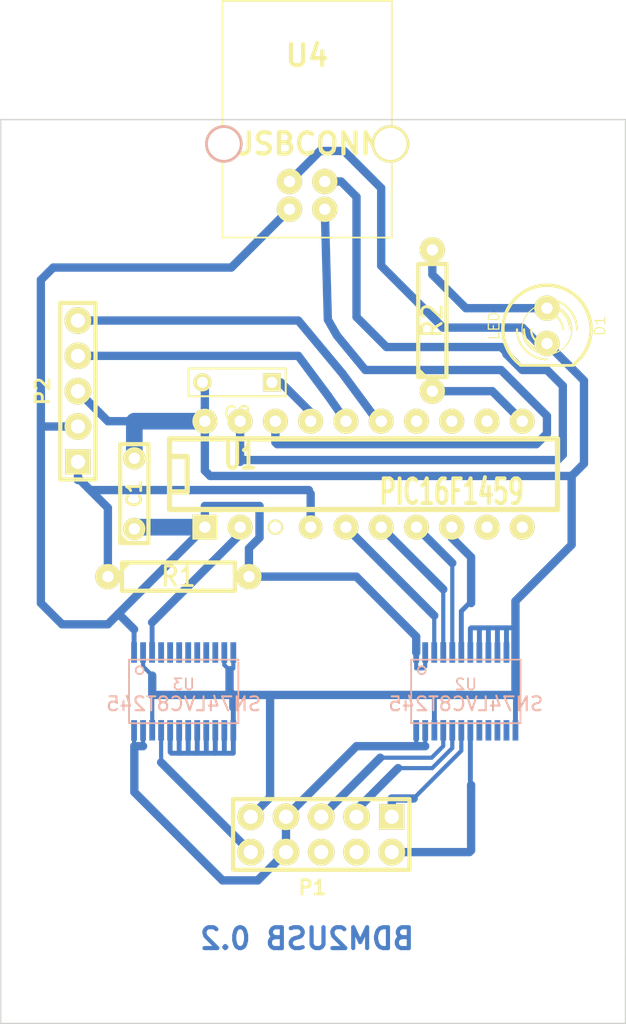
<source format=kicad_pcb>
(kicad_pcb (version 4) (host pcbnew 4.0.2-stable)

  (general
    (links 57)
    (no_connects 0)
    (area 29.949999 29.949999 75.050001 95.050001)
    (thickness 1.6)
    (drawings 15)
    (tracks 218)
    (zones 0)
    (modules 11)
    (nets 22)
  )

  (page A4 portrait)
  (layers
    (0 F.Cu signal)
    (31 B.Cu signal)
    (32 B.Adhes user)
    (33 F.Adhes user)
    (34 B.Paste user)
    (35 F.Paste user)
    (36 B.SilkS user)
    (37 F.SilkS user)
    (38 B.Mask user)
    (39 F.Mask user)
    (40 Dwgs.User user)
    (41 Cmts.User user)
    (42 Eco1.User user)
    (43 Eco2.User user)
    (44 Edge.Cuts user)
  )

  (setup
    (last_trace_width 0.6)
    (user_trace_width 0.6)
    (user_trace_width 1.2)
    (trace_clearance 0.254)
    (zone_clearance 0.508)
    (zone_45_only no)
    (trace_min 0.254)
    (segment_width 0.2)
    (edge_width 0.1)
    (via_size 0.889)
    (via_drill 0.635)
    (via_min_size 0.889)
    (via_min_drill 0.508)
    (uvia_size 0.508)
    (uvia_drill 0.127)
    (uvias_allowed no)
    (uvia_min_size 0.508)
    (uvia_min_drill 0.127)
    (pcb_text_width 0.3)
    (pcb_text_size 1.5 1.5)
    (mod_edge_width 0.15)
    (mod_text_size 1 1)
    (mod_text_width 0.15)
    (pad_size 1.924 1.924)
    (pad_drill 1.016)
    (pad_to_mask_clearance 0)
    (aux_axis_origin 0 0)
    (visible_elements 7FFFFFFF)
    (pcbplotparams
      (layerselection 0x00030_80000001)
      (usegerberextensions true)
      (excludeedgelayer true)
      (linewidth 0.150000)
      (plotframeref false)
      (viasonmask false)
      (mode 1)
      (useauxorigin false)
      (hpglpennumber 1)
      (hpglpenspeed 20)
      (hpglpendiameter 15)
      (hpglpenoverlay 2)
      (psnegative false)
      (psa4output false)
      (plotreference true)
      (plotvalue true)
      (plotinvisibletext false)
      (padsonsilk false)
      (subtractmaskfromsilk false)
      (outputformat 1)
      (mirror false)
      (drillshape 1)
      (scaleselection 1)
      (outputdirectory ""))
  )

  (net 0 "")
  (net 1 +5V)
  (net 2 DSCK)
  (net 3 DSDI)
  (net 4 DSDO)
  (net 5 GND)
  (net 6 HRESET)
  (net 7 SRESET)
  (net 8 V_BDM)
  (net 9 pic_DSCK)
  (net 10 pic_DSDI)
  (net 11 pic_DSDO)
  (net 12 pic_HRESET)
  (net 13 pic_SRESET)
  (net 14 "Net-(D1-Pad1)")
  (net 15 "Net-(P2-Pad1)")
  (net 16 "Net-(P2-Pad4)")
  (net 17 "Net-(P2-Pad5)")
  (net 18 "Net-(R2-Pad1)")
  (net 19 "Net-(C2-Pad1)")
  (net 20 "Net-(U1-Pad18)")
  (net 21 "Net-(U1-Pad19)")

  (net_class Default "This is the default net class."
    (clearance 0.254)
    (trace_width 0.354)
    (via_dia 0.889)
    (via_drill 0.635)
    (uvia_dia 0.508)
    (uvia_drill 0.127)
    (add_net +5V)
    (add_net DSCK)
    (add_net DSDI)
    (add_net DSDO)
    (add_net GND)
    (add_net HRESET)
    (add_net "Net-(C2-Pad1)")
    (add_net "Net-(D1-Pad1)")
    (add_net "Net-(P2-Pad1)")
    (add_net "Net-(P2-Pad4)")
    (add_net "Net-(P2-Pad5)")
    (add_net "Net-(R2-Pad1)")
    (add_net "Net-(U1-Pad18)")
    (add_net "Net-(U1-Pad19)")
    (add_net SRESET)
    (add_net V_BDM)
    (add_net pic_DSCK)
    (add_net pic_DSDI)
    (add_net pic_DSDO)
    (add_net pic_HRESET)
    (add_net pic_SRESET)
  )

  (net_class test ""
    (clearance 0.254)
    (trace_width 0.654)
    (via_dia 0.889)
    (via_drill 0.635)
    (uvia_dia 0.508)
    (uvia_drill 0.127)
  )

  (module Capacitors_ThroughHole:C_Rect_L7_W2_P5 (layer F.Cu) (tedit 0) (tstamp 57AD0358)
    (at 49.53 48.895 180)
    (descr "Film Capacitor Length 7 x Width 2mm, Pitch 5mm")
    (tags Capacitor)
    (path /57AD03F4)
    (fp_text reference C2 (at 2.5 -2.25 180) (layer F.SilkS)
      (effects (font (size 1 1) (thickness 0.15)))
    )
    (fp_text value 330nF (at 2.5 2.5 180) (layer F.Fab)
      (effects (font (size 1 1) (thickness 0.15)))
    )
    (fp_line (start -1.25 -1.25) (end 6.25 -1.25) (layer F.CrtYd) (width 0.05))
    (fp_line (start 6.25 -1.25) (end 6.25 1.25) (layer F.CrtYd) (width 0.05))
    (fp_line (start 6.25 1.25) (end -1.25 1.25) (layer F.CrtYd) (width 0.05))
    (fp_line (start -1.25 1.25) (end -1.25 -1.25) (layer F.CrtYd) (width 0.05))
    (fp_line (start -1 -1) (end 6 -1) (layer F.SilkS) (width 0.15))
    (fp_line (start 6 -1) (end 6 1) (layer F.SilkS) (width 0.15))
    (fp_line (start 6 1) (end -1 1) (layer F.SilkS) (width 0.15))
    (fp_line (start -1 1) (end -1 -1) (layer F.SilkS) (width 0.15))
    (pad 1 thru_hole rect (at 0 0 180) (size 1.3 1.3) (drill 0.8) (layers *.Cu *.Mask F.SilkS)
      (net 19 "Net-(C2-Pad1)"))
    (pad 2 thru_hole circle (at 5 0 180) (size 1.3 1.3) (drill 0.8) (layers *.Cu *.Mask F.SilkS)
      (net 5 GND))
    (model Capacitors_ThroughHole.3dshapes/C_Rect_L7_W2_P5.wrl
      (at (xyz 0.098425 0 0))
      (scale (xyz 1 1 1))
      (rotate (xyz 0 0 0))
    )
  )

  (module PIN_ARRAY_5x2 (layer F.Cu) (tedit 568D8350) (tstamp 568948F7)
    (at 53.086 81.407 180)
    (descr "Double rangee de contacts 2 x 5 pins")
    (tags CONN)
    (path /5689457B)
    (fp_text reference P1 (at 0.635 -3.81 180) (layer F.SilkS)
      (effects (font (size 1.016 1.016) (thickness 0.2032)))
    )
    (fp_text value CONN_5X2 (at 0 -3.81 180) (layer F.SilkS) hide
      (effects (font (size 1.016 1.016) (thickness 0.2032)))
    )
    (fp_line (start -6.35 -2.54) (end 6.35 -2.54) (layer F.SilkS) (width 0.3048))
    (fp_line (start 6.35 -2.54) (end 6.35 2.54) (layer F.SilkS) (width 0.3048))
    (fp_line (start 6.35 2.54) (end -6.35 2.54) (layer F.SilkS) (width 0.3048))
    (fp_line (start -6.35 2.54) (end -6.35 -2.54) (layer F.SilkS) (width 0.3048))
    (pad 1 thru_hole rect (at -5.08 1.27 180) (size 1.824 1.824) (drill 1.016) (layers *.Cu *.Mask F.SilkS)
      (net 7 SRESET))
    (pad 2 thru_hole circle (at -5.08 -1.27 180) (size 1.924 1.924) (drill 1.016) (layers *.Cu *.Mask F.SilkS)
      (net 6 HRESET))
    (pad 3 thru_hole circle (at -2.54 1.27 180) (size 1.924 1.924) (drill 1.016) (layers *.Cu *.Mask F.SilkS)
      (net 2 DSCK))
    (pad 4 thru_hole circle (at -2.54 -1.27 180) (size 1.924 1.924) (drill 1.016) (layers *.Cu *.Mask F.SilkS))
    (pad 5 thru_hole circle (at 0 1.27 180) (size 1.924 1.924) (drill 1.016) (layers *.Cu *.Mask F.SilkS)
      (net 3 DSDI))
    (pad 6 thru_hole circle (at 0 -1.27 180) (size 1.924 1.924) (drill 1.016) (layers *.Cu *.Mask F.SilkS))
    (pad 7 thru_hole circle (at 2.54 1.27 180) (size 1.924 1.924) (drill 1.016) (layers *.Cu *.Mask F.SilkS)
      (net 8 V_BDM))
    (pad 8 thru_hole circle (at 2.54 -1.27 180) (size 1.924 1.924) (drill 1.016) (layers *.Cu *.Mask F.SilkS)
      (net 8 V_BDM))
    (pad 9 thru_hole circle (at 5.08 1.27 180) (size 1.924 1.924) (drill 1.016) (layers *.Cu *.Mask F.SilkS)
      (net 5 GND))
    (pad 10 thru_hole circle (at 5.08 -1.27 180) (size 1.924 1.924) (drill 1.016) (layers *.Cu *.Mask F.SilkS)
      (net 4 DSDO))
    (model pin_array/pins_array_5x2.wrl
      (at (xyz 0 0 0))
      (scale (xyz 1 1 1))
      (rotate (xyz 0 0 0))
    )
  )

  (module USB_B (layer F.Cu) (tedit 568D813E) (tstamp 56894887)
    (at 52.07 31.75 180)
    (tags USB)
    (path /568934A1)
    (fp_text reference U4 (at 0 6.35 180) (layer F.SilkS)
      (effects (font (thickness 0.3048)))
    )
    (fp_text value USBCONN (at 0 0 180) (layer F.SilkS)
      (effects (font (thickness 0.3048)))
    )
    (fp_line (start -6.096 10.287) (end 6.096 10.287) (layer F.SilkS) (width 0.127))
    (fp_line (start 6.096 10.287) (end 6.096 -6.731) (layer F.SilkS) (width 0.127))
    (fp_line (start 6.096 -6.731) (end -6.096 -6.731) (layer F.SilkS) (width 0.127))
    (fp_line (start -6.096 -6.731) (end -6.096 10.287) (layer F.SilkS) (width 0.127))
    (pad 1 thru_hole circle (at 1.27 -4.699 180) (size 1.824 1.824) (drill 0.8128) (layers *.Cu *.Mask F.SilkS)
      (net 1 +5V))
    (pad 2 thru_hole circle (at -1.27 -4.699 180) (size 1.824 1.824) (drill 0.8128) (layers *.Cu *.Mask F.SilkS)
      (net 20 "Net-(U1-Pad18)"))
    (pad 3 thru_hole circle (at -1.27 -2.70002 180) (size 1.824 1.824) (drill 0.8128) (layers *.Cu *.Mask F.SilkS)
      (net 21 "Net-(U1-Pad19)"))
    (pad 4 thru_hole circle (at 1.27 -2.70002 180) (size 1.824 1.824) (drill 0.8128) (layers *.Cu *.Mask F.SilkS)
      (net 5 GND))
    (pad 5 np_thru_hole circle (at 5.99948 0 180) (size 2.70002 2.70002) (drill 2.30124) (layers *.Cu *.SilkS *.Mask))
    (pad 6 thru_hole circle (at -5.99948 0 180) (size 2.70002 2.70002) (drill 2.30124) (layers *.Cu *.Mask F.SilkS))
    (model connectors/USB_type_B.wrl
      (at (xyz 0 0 0.001))
      (scale (xyz 0.3937 0.3937 0.3937))
      (rotate (xyz 0 0 0))
    )
  )

  (module DIP-20__300 (layer F.Cu) (tedit 568D930C) (tstamp 568D9889)
    (at 56.134 55.499)
    (descr "20 pins DIL package, round pads")
    (tags DIL)
    (path /5689349C)
    (fp_text reference U1 (at -8.89 -1.27) (layer F.SilkS)
      (effects (font (size 1.778 1.143) (thickness 0.3048)))
    )
    (fp_text value PIC16F1459 (at 6.35 1.27) (layer F.SilkS)
      (effects (font (size 1.778 1.143) (thickness 0.3048)))
    )
    (fp_line (start -13.97 -1.27) (end -12.7 -1.27) (layer F.SilkS) (width 0.381))
    (fp_line (start -12.7 -1.27) (end -12.7 1.27) (layer F.SilkS) (width 0.381))
    (fp_line (start -12.7 1.27) (end -13.97 1.27) (layer F.SilkS) (width 0.381))
    (fp_line (start -13.97 -2.54) (end 13.97 -2.54) (layer F.SilkS) (width 0.381))
    (fp_line (start 13.97 -2.54) (end 13.97 2.54) (layer F.SilkS) (width 0.381))
    (fp_line (start 13.97 2.54) (end -13.97 2.54) (layer F.SilkS) (width 0.381))
    (fp_line (start -13.97 2.54) (end -13.97 -2.54) (layer F.SilkS) (width 0.381))
    (pad 1 thru_hole rect (at -11.43 3.81) (size 1.797 1.797) (drill 0.8128) (layers *.Cu *.Mask F.SilkS)
      (net 1 +5V))
    (pad 2 thru_hole circle (at -8.89 3.81) (size 1.797 1.797) (drill 0.8128) (layers *.Cu *.Mask F.SilkS)
      (net 11 pic_DSDO))
    (pad 3 thru_hole circle (at -6.35 3.81) (size 1.097 1.097) (drill 0.8128) (layers *.Cu *.Mask F.SilkS))
    (pad 4 thru_hole circle (at -3.81 3.81) (size 1.697 1.697) (drill 0.8128) (layers *.Cu *.Mask F.SilkS)
      (net 15 "Net-(P2-Pad1)"))
    (pad 5 thru_hole circle (at -1.27 3.81) (size 1.797 1.797) (drill 0.8128) (layers *.Cu *.Mask F.SilkS)
      (net 10 pic_DSDI))
    (pad 6 thru_hole circle (at 1.27 3.81) (size 1.797 1.797) (drill 0.8128) (layers *.Cu *.Mask F.SilkS)
      (net 9 pic_DSCK))
    (pad 7 thru_hole circle (at 3.81 3.81) (size 1.797 1.797) (drill 0.8128) (layers *.Cu *.Mask F.SilkS)
      (net 13 pic_SRESET))
    (pad 8 thru_hole circle (at 6.35 3.81) (size 1.797 1.797) (drill 0.8128) (layers *.Cu *.Mask F.SilkS)
      (net 12 pic_HRESET))
    (pad 9 thru_hole circle (at 8.89 3.81) (size 1.797 1.797) (drill 0.8128) (layers *.Cu *.Mask F.SilkS))
    (pad 10 thru_hole circle (at 11.43 3.81) (size 1.797 1.797) (drill 0.8128) (layers *.Cu *.Mask F.SilkS))
    (pad 11 thru_hole circle (at 11.43 -3.81) (size 1.797 1.797) (drill 0.8128) (layers *.Cu *.Mask F.SilkS)
      (net 18 "Net-(R2-Pad1)"))
    (pad 12 thru_hole circle (at 8.89 -3.81) (size 1.797 1.797) (drill 0.8128) (layers *.Cu *.Mask F.SilkS))
    (pad 13 thru_hole circle (at 6.35 -3.81) (size 1.797 1.797) (drill 0.8128) (layers *.Cu *.Mask F.SilkS))
    (pad 14 thru_hole circle (at 3.81 -3.81) (size 1.797 1.797) (drill 0.8128) (layers *.Cu *.Mask F.SilkS))
    (pad 15 thru_hole circle (at 1.27 -3.81) (size 1.797 1.797) (drill 0.8128) (layers *.Cu *.Mask F.SilkS)
      (net 17 "Net-(P2-Pad5)"))
    (pad 16 thru_hole circle (at -1.27 -3.81) (size 1.797 1.797) (drill 0.8128) (layers *.Cu *.Mask F.SilkS)
      (net 16 "Net-(P2-Pad4)"))
    (pad 17 thru_hole circle (at -3.81 -3.81) (size 1.797 1.797) (drill 0.8128) (layers *.Cu *.Mask F.SilkS)
      (net 19 "Net-(C2-Pad1)"))
    (pad 18 thru_hole circle (at -6.35 -3.81) (size 1.797 1.797) (drill 0.8128) (layers *.Cu *.Mask F.SilkS)
      (net 20 "Net-(U1-Pad18)"))
    (pad 19 thru_hole circle (at -8.89 -3.81) (size 1.797 1.797) (drill 0.8128) (layers *.Cu *.Mask F.SilkS)
      (net 21 "Net-(U1-Pad19)"))
    (pad 20 thru_hole circle (at -11.43 -3.81) (size 1.797 1.797) (drill 0.8128) (layers *.Cu *.Mask F.SilkS)
      (net 5 GND))
    (model dil/dil_20.wrl
      (at (xyz 0 0 0))
      (scale (xyz 1 1 1))
      (rotate (xyz 0 0 0))
    )
  )

  (module LED-5MM (layer F.Cu) (tedit 56898A99) (tstamp 56894913)
    (at 69.342 44.831 270)
    (descr "LED 5mm - Lead pitch 100mil (2,54mm)")
    (tags "LED led 5mm 5MM 100mil 2,54mm")
    (path /568934B0)
    (fp_text reference D1 (at 0 -3.81 270) (layer F.SilkS)
      (effects (font (size 0.762 0.762) (thickness 0.0889)))
    )
    (fp_text value LED (at 0 3.81 270) (layer F.SilkS)
      (effects (font (size 0.762 0.762) (thickness 0.0889)))
    )
    (fp_line (start 2.8448 1.905) (end 2.8448 -1.905) (layer F.SilkS) (width 0.2032))
    (fp_circle (center 0.254 0) (end -1.016 1.27) (layer F.SilkS) (width 0.0762))
    (fp_arc (start 0.254 0) (end 2.794 1.905) (angle 286.2) (layer F.SilkS) (width 0.254))
    (fp_arc (start 0.254 0) (end -0.889 0) (angle 90) (layer F.SilkS) (width 0.1524))
    (fp_arc (start 0.254 0) (end 1.397 0) (angle 90) (layer F.SilkS) (width 0.1524))
    (fp_arc (start 0.254 0) (end -1.397 0) (angle 90) (layer F.SilkS) (width 0.1524))
    (fp_arc (start 0.254 0) (end 1.905 0) (angle 90) (layer F.SilkS) (width 0.1524))
    (fp_arc (start 0.254 0) (end -1.905 0) (angle 90) (layer F.SilkS) (width 0.1524))
    (fp_arc (start 0.254 0) (end 2.413 0) (angle 90) (layer F.SilkS) (width 0.1524))
    (pad 1 thru_hole circle (at -1.27 0 270) (size 1.824 1.824) (drill 0.8128) (layers *.Cu *.Mask F.SilkS)
      (net 14 "Net-(D1-Pad1)"))
    (pad 2 thru_hole circle (at 1.27 0 270) (size 1.824 1.824) (drill 0.8128) (layers *.Cu *.Mask F.SilkS)
      (net 5 GND))
    (model discret/leds/led5_vertical_verde.wrl
      (at (xyz 0 0 0))
      (scale (xyz 1 1 1))
      (rotate (xyz 0 0 0))
    )
  )

  (module tssop-24 (layer B.Cu) (tedit 50BDFAA3) (tstamp 568948A8)
    (at 63.5 71.12)
    (descr TSSOP-24)
    (path /56893E68)
    (attr smd)
    (fp_text reference U2 (at 0 -0.508) (layer B.SilkS)
      (effects (font (size 0.8001 0.8001) (thickness 0.11938)) (justify mirror))
    )
    (fp_text value SN74LVC8T245 (at 0 0.89916) (layer B.SilkS)
      (effects (font (size 1.00076 1.00076) (thickness 0.14986)) (justify mirror))
    )
    (fp_line (start 3.937 2.286) (end -3.937 2.286) (layer B.SilkS) (width 0.127))
    (fp_line (start -3.937 2.286) (end -3.937 -2.286) (layer B.SilkS) (width 0.127))
    (fp_line (start -3.937 -2.286) (end 3.937 -2.286) (layer B.SilkS) (width 0.127))
    (fp_line (start 3.937 -2.286) (end 3.937 2.286) (layer B.SilkS) (width 0.127))
    (fp_circle (center -3.175 -1.524) (end -3.302 -1.778) (layer B.SilkS) (width 0.127))
    (pad 6 smd rect (at -0.32512 -2.79908) (size 0.4191 1.47066) (layers B.Cu B.Paste B.Mask)
      (net 12 pic_HRESET))
    (pad 7 smd rect (at 0.32512 -2.79908) (size 0.4191 1.47066) (layers B.Cu B.Paste B.Mask)
      (net 5 GND))
    (pad 8 smd rect (at 0.97536 -2.79908) (size 0.4191 1.47066) (layers B.Cu B.Paste B.Mask)
      (net 5 GND))
    (pad 9 smd rect (at 1.6256 -2.79908) (size 0.4191 1.47066) (layers B.Cu B.Paste B.Mask)
      (net 5 GND))
    (pad 22 smd rect (at -2.26568 2.794) (size 0.4191 1.47066) (layers B.Cu B.Paste B.Mask)
      (net 5 GND))
    (pad 3 smd rect (at -2.27584 -2.79908) (size 0.4191 1.47066) (layers B.Cu B.Paste B.Mask)
      (net 10 pic_DSDI))
    (pad 4 smd rect (at -1.6256 -2.79908) (size 0.4191 1.47066) (layers B.Cu B.Paste B.Mask)
      (net 9 pic_DSCK))
    (pad 5 smd rect (at -0.97536 -2.79908) (size 0.4191 1.47066) (layers B.Cu B.Paste B.Mask)
      (net 13 pic_SRESET))
    (pad 15 smd rect (at 2.27584 2.79908) (size 0.4191 1.47066) (layers B.Cu B.Paste B.Mask))
    (pad 16 smd rect (at 1.6256 2.79908) (size 0.4191 1.47066) (layers B.Cu B.Paste B.Mask))
    (pad 17 smd rect (at 0.97536 2.79908) (size 0.4191 1.47066) (layers B.Cu B.Paste B.Mask))
    (pad 18 smd rect (at 0.32512 2.79908) (size 0.4191 1.47066) (layers B.Cu B.Paste B.Mask)
      (net 6 HRESET))
    (pad 19 smd rect (at -0.32512 2.79908) (size 0.4191 1.47066) (layers B.Cu B.Paste B.Mask)
      (net 7 SRESET))
    (pad 20 smd rect (at -0.97536 2.79908) (size 0.4191 1.47066) (layers B.Cu B.Paste B.Mask)
      (net 2 DSCK))
    (pad 10 smd rect (at 2.27584 -2.79908) (size 0.4191 1.47066) (layers B.Cu B.Paste B.Mask)
      (net 5 GND))
    (pad 21 smd rect (at -1.6256 2.794) (size 0.4191 1.47066) (layers B.Cu B.Paste B.Mask)
      (net 3 DSDI))
    (pad 2 smd rect (at -2.92608 -2.79908) (size 0.4191 1.47066) (layers B.Cu B.Paste B.Mask)
      (net 1 +5V))
    (pad 11 smd rect (at 2.92608 -2.79908) (size 0.4191 1.47066) (layers B.Cu B.Paste B.Mask)
      (net 5 GND))
    (pad 14 smd rect (at 2.92608 2.79908) (size 0.4191 1.47066) (layers B.Cu B.Paste B.Mask))
    (pad 23 smd rect (at -2.92608 2.79908) (size 0.4191 1.47066) (layers B.Cu B.Paste B.Mask)
      (net 8 V_BDM))
    (pad 1 smd rect (at -3.57378 -2.79908) (size 0.4191 1.47066) (layers B.Cu B.Paste B.Mask)
      (net 1 +5V))
    (pad 12 smd rect (at 3.57378 -2.79908) (size 0.4191 1.47066) (layers B.Cu B.Paste B.Mask)
      (net 5 GND))
    (pad 13 smd rect (at 3.57378 2.79908) (size 0.4191 1.47066) (layers B.Cu B.Paste B.Mask)
      (net 5 GND))
    (pad 24 smd rect (at -3.57378 2.79908) (size 0.4191 1.47066) (layers B.Cu B.Paste B.Mask)
      (net 8 V_BDM))
    (model smd/smd_dil/tssop-24.wrl
      (at (xyz 0 0 0))
      (scale (xyz 1 1 1))
      (rotate (xyz 0 0 0))
    )
  )

  (module tssop-24 (layer B.Cu) (tedit 50BDFAA3) (tstamp 568948C9)
    (at 43.18 71.12)
    (descr TSSOP-24)
    (path /56893E7F)
    (attr smd)
    (fp_text reference U3 (at 0 -0.508) (layer B.SilkS)
      (effects (font (size 0.8001 0.8001) (thickness 0.11938)) (justify mirror))
    )
    (fp_text value SN74LVC8T245 (at 0 0.89916) (layer B.SilkS)
      (effects (font (size 1.00076 1.00076) (thickness 0.14986)) (justify mirror))
    )
    (fp_line (start 3.937 2.286) (end -3.937 2.286) (layer B.SilkS) (width 0.127))
    (fp_line (start -3.937 2.286) (end -3.937 -2.286) (layer B.SilkS) (width 0.127))
    (fp_line (start -3.937 -2.286) (end 3.937 -2.286) (layer B.SilkS) (width 0.127))
    (fp_line (start 3.937 -2.286) (end 3.937 2.286) (layer B.SilkS) (width 0.127))
    (fp_circle (center -3.175 -1.524) (end -3.302 -1.778) (layer B.SilkS) (width 0.127))
    (pad 6 smd rect (at -0.32512 -2.79908) (size 0.4191 1.47066) (layers B.Cu B.Paste B.Mask))
    (pad 7 smd rect (at 0.32512 -2.79908) (size 0.4191 1.47066) (layers B.Cu B.Paste B.Mask))
    (pad 8 smd rect (at 0.97536 -2.79908) (size 0.4191 1.47066) (layers B.Cu B.Paste B.Mask))
    (pad 9 smd rect (at 1.6256 -2.79908) (size 0.4191 1.47066) (layers B.Cu B.Paste B.Mask))
    (pad 22 smd rect (at -2.26568 2.794) (size 0.4191 1.47066) (layers B.Cu B.Paste B.Mask)
      (net 5 GND))
    (pad 3 smd rect (at -2.27584 -2.79908) (size 0.4191 1.47066) (layers B.Cu B.Paste B.Mask)
      (net 11 pic_DSDO))
    (pad 4 smd rect (at -1.6256 -2.79908) (size 0.4191 1.47066) (layers B.Cu B.Paste B.Mask))
    (pad 5 smd rect (at -0.97536 -2.79908) (size 0.4191 1.47066) (layers B.Cu B.Paste B.Mask))
    (pad 15 smd rect (at 2.27584 2.79908) (size 0.4191 1.47066) (layers B.Cu B.Paste B.Mask)
      (net 5 GND))
    (pad 16 smd rect (at 1.6256 2.79908) (size 0.4191 1.47066) (layers B.Cu B.Paste B.Mask)
      (net 5 GND))
    (pad 17 smd rect (at 0.97536 2.79908) (size 0.4191 1.47066) (layers B.Cu B.Paste B.Mask)
      (net 5 GND))
    (pad 18 smd rect (at 0.32512 2.79908) (size 0.4191 1.47066) (layers B.Cu B.Paste B.Mask)
      (net 5 GND))
    (pad 19 smd rect (at -0.32512 2.79908) (size 0.4191 1.47066) (layers B.Cu B.Paste B.Mask)
      (net 5 GND))
    (pad 20 smd rect (at -0.97536 2.79908) (size 0.4191 1.47066) (layers B.Cu B.Paste B.Mask)
      (net 5 GND))
    (pad 10 smd rect (at 2.27584 -2.79908) (size 0.4191 1.47066) (layers B.Cu B.Paste B.Mask))
    (pad 21 smd rect (at -1.6256 2.794) (size 0.4191 1.47066) (layers B.Cu B.Paste B.Mask)
      (net 4 DSDO))
    (pad 2 smd rect (at -2.92608 -2.79908) (size 0.4191 1.47066) (layers B.Cu B.Paste B.Mask)
      (net 5 GND))
    (pad 11 smd rect (at 2.92608 -2.79908) (size 0.4191 1.47066) (layers B.Cu B.Paste B.Mask)
      (net 5 GND))
    (pad 14 smd rect (at 2.92608 2.79908) (size 0.4191 1.47066) (layers B.Cu B.Paste B.Mask)
      (net 5 GND))
    (pad 23 smd rect (at -2.92608 2.79908) (size 0.4191 1.47066) (layers B.Cu B.Paste B.Mask)
      (net 8 V_BDM))
    (pad 1 smd rect (at -3.57378 -2.79908) (size 0.4191 1.47066) (layers B.Cu B.Paste B.Mask)
      (net 1 +5V))
    (pad 12 smd rect (at 3.57378 -2.79908) (size 0.4191 1.47066) (layers B.Cu B.Paste B.Mask)
      (net 5 GND))
    (pad 13 smd rect (at 3.57378 2.79908) (size 0.4191 1.47066) (layers B.Cu B.Paste B.Mask)
      (net 5 GND))
    (pad 24 smd rect (at -3.57378 2.79908) (size 0.4191 1.47066) (layers B.Cu B.Paste B.Mask)
      (net 8 V_BDM))
    (model smd/smd_dil/tssop-24.wrl
      (at (xyz 0 0 0))
      (scale (xyz 1 1 1))
      (rotate (xyz 0 0 0))
    )
  )

  (module PIN_ARRAY_5x1 (layer F.Cu) (tedit 568D9ECB) (tstamp 56894904)
    (at 35.56 49.53 90)
    (descr "Double rangee de contacts 2 x 5 pins")
    (tags CONN)
    (path /5689349D)
    (fp_text reference P2 (at 0 -2.54 90) (layer F.SilkS)
      (effects (font (size 1.016 1.016) (thickness 0.2032)))
    )
    (fp_text value ICSP (at 0 2.54 90) (layer F.SilkS) hide
      (effects (font (size 1.016 1.016) (thickness 0.2032)))
    )
    (fp_line (start -6.35 -1.27) (end -6.35 1.27) (layer F.SilkS) (width 0.3048))
    (fp_line (start 6.35 1.27) (end 6.35 -1.27) (layer F.SilkS) (width 0.3048))
    (fp_line (start -6.35 -1.27) (end 6.35 -1.27) (layer F.SilkS) (width 0.3048))
    (fp_line (start 6.35 1.27) (end -6.35 1.27) (layer F.SilkS) (width 0.3048))
    (pad 1 thru_hole rect (at -5.08 0 90) (size 1.824 1.824) (drill 1.016) (layers *.Cu *.Mask F.SilkS)
      (net 15 "Net-(P2-Pad1)"))
    (pad 2 thru_hole circle (at -2.54 0 90) (size 1.924 1.924) (drill 1.016) (layers *.Cu *.Mask F.SilkS)
      (net 1 +5V))
    (pad 3 thru_hole circle (at 0 0 90) (size 1.924 1.924) (drill 1.016) (layers *.Cu *.Mask F.SilkS)
      (net 5 GND))
    (pad 4 thru_hole circle (at 2.54 0 90) (size 1.924 1.924) (drill 1.016) (layers *.Cu *.Mask F.SilkS)
      (net 16 "Net-(P2-Pad4)"))
    (pad 5 thru_hole circle (at 5.08 0 90) (size 1.924 1.924) (drill 1.016) (layers *.Cu *.Mask F.SilkS)
      (net 17 "Net-(P2-Pad5)"))
    (model pin_array/pins_array_5x1.wrl
      (at (xyz 0 0 0))
      (scale (xyz 1 1 1))
      (rotate (xyz 0 0 0))
    )
  )

  (module R4 (layer F.Cu) (tedit 56898AB8) (tstamp 568948D7)
    (at 42.799 62.865)
    (descr "Resitance 4 pas")
    (tags R)
    (path /5689349E)
    (autoplace_cost180 10)
    (fp_text reference R1 (at 0 0) (layer F.SilkS)
      (effects (font (size 1.397 1.27) (thickness 0.2032)))
    )
    (fp_text value 10K (at 0 0) (layer F.SilkS) hide
      (effects (font (size 1.397 1.27) (thickness 0.2032)))
    )
    (fp_line (start -5.08 0) (end -4.064 0) (layer F.SilkS) (width 0.3048))
    (fp_line (start -4.064 0) (end -4.064 -1.016) (layer F.SilkS) (width 0.3048))
    (fp_line (start -4.064 -1.016) (end 4.064 -1.016) (layer F.SilkS) (width 0.3048))
    (fp_line (start 4.064 -1.016) (end 4.064 1.016) (layer F.SilkS) (width 0.3048))
    (fp_line (start 4.064 1.016) (end -4.064 1.016) (layer F.SilkS) (width 0.3048))
    (fp_line (start -4.064 1.016) (end -4.064 0) (layer F.SilkS) (width 0.3048))
    (fp_line (start -4.064 -0.508) (end -3.556 -1.016) (layer F.SilkS) (width 0.3048))
    (fp_line (start 5.08 0) (end 4.064 0) (layer F.SilkS) (width 0.3048))
    (pad 1 thru_hole circle (at -5.08 0) (size 1.824 1.824) (drill 0.8128) (layers *.Cu *.Mask F.SilkS)
      (net 15 "Net-(P2-Pad1)"))
    (pad 2 thru_hole circle (at 5.08 0) (size 1.824 1.824) (drill 0.8128) (layers *.Cu *.Mask F.SilkS)
      (net 1 +5V))
    (model discret/resistor.wrl
      (at (xyz 0 0 0))
      (scale (xyz 0.4 0.4 0.4))
      (rotate (xyz 0 0 0))
    )
  )

  (module R4 (layer F.Cu) (tedit 568D6932) (tstamp 568948E5)
    (at 61.087 44.45 90)
    (descr "Resitance 4 pas")
    (tags R)
    (path /568934AF)
    (autoplace_cost180 10)
    (fp_text reference R2 (at 0 0 90) (layer F.SilkS)
      (effects (font (size 1.397 1.27) (thickness 0.2032)))
    )
    (fp_text value R330 (at 0 0 90) (layer F.SilkS) hide
      (effects (font (size 1.397 1.27) (thickness 0.2032)))
    )
    (fp_line (start -5.08 0) (end -4.064 0) (layer F.SilkS) (width 0.3048))
    (fp_line (start -4.064 0) (end -4.064 -1.016) (layer F.SilkS) (width 0.3048))
    (fp_line (start -4.064 -1.016) (end 4.064 -1.016) (layer F.SilkS) (width 0.3048))
    (fp_line (start 4.064 -1.016) (end 4.064 1.016) (layer F.SilkS) (width 0.3048))
    (fp_line (start 4.064 1.016) (end -4.064 1.016) (layer F.SilkS) (width 0.3048))
    (fp_line (start -4.064 1.016) (end -4.064 0) (layer F.SilkS) (width 0.3048))
    (fp_line (start -4.064 -0.508) (end -3.556 -1.016) (layer F.SilkS) (width 0.3048))
    (fp_line (start 5.08 0) (end 4.064 0) (layer F.SilkS) (width 0.3048))
    (pad 1 thru_hole circle (at -5.08 0 90) (size 1.824 1.824) (drill 0.8128) (layers *.Cu *.Mask F.SilkS)
      (net 18 "Net-(R2-Pad1)"))
    (pad 2 thru_hole circle (at 5.08 0 90) (size 1.824 1.824) (drill 0.8128) (layers *.Cu *.Mask F.SilkS)
      (net 14 "Net-(D1-Pad1)"))
    (model discret/resistor.wrl
      (at (xyz 0 0 0))
      (scale (xyz 0.4 0.4 0.4))
      (rotate (xyz 0 0 0))
    )
  )

  (module C2 (layer F.Cu) (tedit 54EA39E1) (tstamp 56DE1603)
    (at 39.624 56.896 90)
    (descr "Condensateur = 2 pas")
    (tags C)
    (path /56DE15B6)
    (fp_text reference C1 (at 0 0 90) (layer F.SilkS)
      (effects (font (size 1.016 1.016) (thickness 0.2032)))
    )
    (fp_text value 100nF (at 0 0 90) (layer F.SilkS) hide
      (effects (font (size 1.016 1.016) (thickness 0.2032)))
    )
    (fp_line (start -3.556 -1.016) (end 3.556 -1.016) (layer F.SilkS) (width 0.3048))
    (fp_line (start 3.556 -1.016) (end 3.556 1.016) (layer F.SilkS) (width 0.3048))
    (fp_line (start 3.556 1.016) (end -3.556 1.016) (layer F.SilkS) (width 0.3048))
    (fp_line (start -3.556 1.016) (end -3.556 -1.016) (layer F.SilkS) (width 0.3048))
    (fp_line (start -3.556 -0.508) (end -3.048 -1.016) (layer F.SilkS) (width 0.3048))
    (pad 1 thru_hole circle (at -2.54 0 90) (size 1.597 1.597) (drill 0.8128) (layers *.Cu *.Mask F.SilkS)
      (net 1 +5V))
    (pad 2 thru_hole circle (at 2.54 0 90) (size 1.597 1.597) (drill 0.8128) (layers *.Cu *.Mask F.SilkS)
      (net 5 GND))
    (model discret/capa_2pas_5x5mm.wrl
      (at (xyz 0 0 0))
      (scale (xyz 1 1 1))
      (rotate (xyz 0 0 0))
    )
  )

  (gr_text "BDM2USB 0.2" (at 52.07 88.9) (layer B.Cu)
    (effects (font (size 1.5 1.5) (thickness 0.3)) (justify mirror))
  )
  (gr_line (start 37 35.5) (end 37 39.5) (angle 90) (layer Eco2.User) (width 0.2))
  (gr_line (start 35 37.5) (end 39 37.5) (angle 90) (layer Eco2.User) (width 0.2))
  (gr_line (start 68 35.5) (end 68 39.5) (angle 90) (layer Eco2.User) (width 0.2))
  (gr_line (start 66 37.5) (end 70 37.5) (angle 90) (layer Eco2.User) (width 0.2))
  (gr_line (start 70 87.5) (end 66 87.5) (angle 90) (layer Eco2.User) (width 0.2))
  (gr_line (start 68 85.5) (end 68 89.5) (angle 90) (layer Eco2.User) (width 0.2))
  (gr_line (start 37 85.5) (end 37 89.5) (angle 90) (layer Eco2.User) (width 0.2))
  (gr_line (start 35 87.5) (end 39 87.5) (angle 90) (layer Eco2.User) (width 0.2))
  (gr_line (start 75 95) (end 75 90) (angle 90) (layer Edge.Cuts) (width 0.1))
  (gr_line (start 30 95) (end 75 95) (angle 90) (layer Edge.Cuts) (width 0.1))
  (gr_line (start 30 90) (end 30 95) (angle 90) (layer Edge.Cuts) (width 0.1))
  (gr_line (start 30 90) (end 30 30) (angle 90) (layer Edge.Cuts) (width 0.1))
  (gr_line (start 75 30) (end 75 90) (angle 90) (layer Edge.Cuts) (width 0.1))
  (gr_line (start 30 30) (end 75 30) (angle 90) (layer Edge.Cuts) (width 0.1))

  (segment (start 44.704 59.309) (end 39.751 59.309) (width 1.2) (layer B.Cu) (net 1))
  (segment (start 39.751 59.309) (end 39.624 59.436) (width 0.354) (layer B.Cu) (net 1) (tstamp 56DE163C))
  (segment (start 44.704 57.785) (end 48.641 57.785) (width 0.6) (layer B.Cu) (net 1))
  (segment (start 44.704 57.785) (end 44.704 59.309) (width 0.6) (layer B.Cu) (net 1) (tstamp 568D9FD1))
  (segment (start 47.879 62.865) (end 47.879 60.833) (width 0.6) (layer B.Cu) (net 1))
  (segment (start 48.641 60.071) (end 48.641 57.785) (width 0.6) (layer B.Cu) (net 1) (tstamp 568D92E7))
  (segment (start 47.879 60.833) (end 48.641 60.071) (width 0.6) (layer B.Cu) (net 1) (tstamp 568D92E5))
  (segment (start 32.893 52.07) (end 32.893 41.529) (width 0.6) (layer B.Cu) (net 1))
  (segment (start 46.609 40.64) (end 50.8 36.449) (width 0.6) (layer B.Cu) (net 1) (tstamp 568D93A9))
  (segment (start 33.782 40.64) (end 46.609 40.64) (width 0.6) (layer B.Cu) (net 1) (tstamp 568D93A5))
  (segment (start 32.893 41.529) (end 33.782 40.64) (width 0.6) (layer B.Cu) (net 1) (tstamp 568D93A4))
  (segment (start 39.60622 68.32092) (end 39.60622 66.65722) (width 0.354) (layer B.Cu) (net 1))
  (segment (start 39.60622 66.65722) (end 38.481 65.532) (width 0.6) (layer B.Cu) (net 1) (tstamp 568D9395))
  (segment (start 35.56 52.07) (end 32.893 52.07) (width 0.6) (layer B.Cu) (net 1))
  (segment (start 37.719 66.294) (end 38.481 65.532) (width 0.6) (layer B.Cu) (net 1) (tstamp 568D938A))
  (segment (start 38.481 65.532) (end 44.704 59.309) (width 0.6) (layer B.Cu) (net 1) (tstamp 568D9399))
  (segment (start 34.417 66.294) (end 37.719 66.294) (width 0.6) (layer B.Cu) (net 1) (tstamp 568D9384))
  (segment (start 32.893 64.77) (end 34.417 66.294) (width 0.6) (layer B.Cu) (net 1) (tstamp 568D937E))
  (segment (start 32.893 52.07) (end 32.893 64.77) (width 0.6) (layer B.Cu) (net 1) (tstamp 568D937C))
  (segment (start 59.9262 68.3209) (end 59.9262 69.4605) (width 0.3) (layer B.Cu) (net 1))
  (segment (start 59.9262 68.3209) (end 59.9262 67.1813) (width 0.6) (layer B.Cu) (net 1))
  (segment (start 60.5739 68.3209) (end 60.5739 69.3219) (width 0.3) (layer B.Cu) (net 1))
  (segment (start 60.4353 69.4605) (end 59.9262 69.4605) (width 0.3) (layer B.Cu) (net 1))
  (segment (start 60.5739 69.3219) (end 60.4353 69.4605) (width 0.3) (layer B.Cu) (net 1))
  (segment (start 55.6099 62.865) (end 47.879 62.865) (width 0.6) (layer B.Cu) (net 1))
  (segment (start 59.9262 67.1813) (end 55.6099 62.865) (width 0.6) (layer B.Cu) (net 1))
  (segment (start 55.626 80.137) (end 55.626 79.629) (width 0.6) (layer B.Cu) (net 2))
  (segment (start 55.626 79.629) (end 58.6186 76.6364) (width 0.6) (layer B.Cu) (net 2) (tstamp 568D9F3C))
  (segment (start 62.5246 75.1911) (end 62.5246 73.9191) (width 0.3) (layer B.Cu) (net 2))
  (segment (start 61.0793 76.6364) (end 62.5246 75.1911) (width 0.3) (layer B.Cu) (net 2))
  (segment (start 58.4916 76.6364) (end 58.6186 76.6364) (width 0.3) (layer B.Cu) (net 2))
  (segment (start 58.6186 76.6364) (end 61.0793 76.6364) (width 0.3) (layer B.Cu) (net 2) (tstamp 568D9F41))
  (segment (start 61.0418 75.8862) (end 61.8744 75.0536) (width 0.3) (layer B.Cu) (net 3))
  (segment (start 57.3368 75.8862) (end 61.0418 75.8862) (width 0.3) (layer B.Cu) (net 3))
  (segment (start 53.086 80.137) (end 57.3368 75.8862) (width 0.6) (layer B.Cu) (net 3))
  (segment (start 61.8744 73.914) (end 61.8744 75.0536) (width 0.3) (layer B.Cu) (net 3))
  (segment (start 41.5544 76.2254) (end 41.5544 73.914) (width 0.3) (layer B.Cu) (net 4))
  (segment (start 48.006 82.677) (end 41.5544 76.2254) (width 0.6) (layer B.Cu) (net 4))
  (segment (start 44.704 51.689) (end 44.704 49.069) (width 0.6) (layer B.Cu) (net 5) (status C00000))
  (segment (start 44.704 49.069) (end 44.53 48.895) (width 0.6) (layer B.Cu) (net 5) (tstamp 57AD03C2) (status C00000))
  (segment (start 39.624 54.356) (end 39.624 51.689) (width 1.2) (layer B.Cu) (net 5))
  (segment (start 42.85488 73.91908) (end 42.85488 75.565) (width 0.354) (layer B.Cu) (net 5))
  (segment (start 42.85488 75.565) (end 42.926 75.565) (width 0.354) (layer B.Cu) (net 5) (tstamp 568FFFC9))
  (segment (start 43.50512 73.91908) (end 43.50512 75.565) (width 0.354) (layer B.Cu) (net 5))
  (segment (start 44.15536 73.91908) (end 44.15536 75.565) (width 0.354) (layer B.Cu) (net 5))
  (segment (start 44.15536 75.565) (end 44.069 75.565) (width 0.354) (layer B.Cu) (net 5) (tstamp 568FFFC0))
  (segment (start 44.8056 73.91908) (end 44.8056 75.565) (width 0.354) (layer B.Cu) (net 5))
  (segment (start 45.45584 73.91908) (end 45.45584 75.565) (width 0.354) (layer B.Cu) (net 5))
  (segment (start 45.45584 75.565) (end 45.466 75.565) (width 0.354) (layer B.Cu) (net 5) (tstamp 568FFFB7))
  (segment (start 46.75378 73.91908) (end 46.75378 75.54722) (width 0.354) (layer B.Cu) (net 5))
  (segment (start 46.736 75.565) (end 46.10608 75.565) (width 0.354) (layer B.Cu) (net 5) (tstamp 568FFFB4))
  (segment (start 46.75378 75.54722) (end 46.736 75.565) (width 0.354) (layer B.Cu) (net 5) (tstamp 568FFFB3))
  (segment (start 46.10608 73.91908) (end 46.10608 75.565) (width 0.354) (layer B.Cu) (net 5))
  (segment (start 42.20464 73.91908) (end 42.20464 75.47864) (width 0.354) (layer B.Cu) (net 5))
  (segment (start 42.20464 75.47864) (end 42.291 75.565) (width 0.354) (layer B.Cu) (net 5) (tstamp 568FFFA5))
  (segment (start 42.291 75.565) (end 42.926 75.565) (width 0.354) (layer B.Cu) (net 5) (tstamp 568FFFA7))
  (segment (start 42.926 75.565) (end 43.50512 75.565) (width 0.354) (layer B.Cu) (net 5) (tstamp 568FFFCC))
  (segment (start 43.50512 75.565) (end 44.069 75.565) (width 0.354) (layer B.Cu) (net 5) (tstamp 568FFFC7))
  (segment (start 44.069 75.565) (end 44.8056 75.565) (width 0.354) (layer B.Cu) (net 5) (tstamp 568FFFC3))
  (segment (start 44.8056 75.565) (end 45.466 75.565) (width 0.354) (layer B.Cu) (net 5) (tstamp 568FFFBE))
  (segment (start 45.466 75.565) (end 46.10608 75.565) (width 0.354) (layer B.Cu) (net 5) (tstamp 568FFFBA))
  (segment (start 66.42608 68.32092) (end 66.42608 66.548) (width 0.354) (layer B.Cu) (net 5))
  (segment (start 66.42608 66.548) (end 66.421 66.548) (width 0.354) (layer B.Cu) (net 5) (tstamp 568FFF7A))
  (segment (start 65.77584 68.32092) (end 65.77584 66.548) (width 0.354) (layer B.Cu) (net 5))
  (segment (start 65.77584 66.548) (end 65.786 66.548) (width 0.354) (layer B.Cu) (net 5) (tstamp 568FFF75))
  (segment (start 65.1256 68.32092) (end 65.1256 66.548) (width 0.354) (layer B.Cu) (net 5))
  (segment (start 64.47536 68.32092) (end 64.47536 66.548) (width 0.354) (layer B.Cu) (net 5))
  (segment (start 63.82512 68.32092) (end 63.82512 66.60388) (width 0.354) (layer B.Cu) (net 5))
  (segment (start 63.881 66.548) (end 64.47536 66.548) (width 0.354) (layer B.Cu) (net 5) (tstamp 568FFF68))
  (segment (start 64.47536 66.548) (end 65.1256 66.548) (width 0.354) (layer B.Cu) (net 5) (tstamp 568FFF6F))
  (segment (start 65.1256 66.548) (end 65.786 66.548) (width 0.354) (layer B.Cu) (net 5) (tstamp 568FFF73))
  (segment (start 65.786 66.548) (end 66.421 66.548) (width 0.354) (layer B.Cu) (net 5) (tstamp 568FFF78))
  (segment (start 66.421 66.548) (end 67.07378 66.548) (width 0.354) (layer B.Cu) (net 5) (tstamp 568FFF7D))
  (segment (start 63.82512 66.60388) (end 63.881 66.548) (width 0.354) (layer B.Cu) (net 5) (tstamp 568FFF67))
  (segment (start 67.07378 73.91908) (end 67.07378 71.374) (width 0.354) (layer B.Cu) (net 5))
  (segment (start 67.07378 71.374) (end 67.0738 71.374) (width 0.354) (layer B.Cu) (net 5) (tstamp 568FFF4A))
  (segment (start 46.75378 72.28078) (end 46.75378 71.39178) (width 0.6) (layer B.Cu) (net 5))
  (segment (start 46.75378 71.39178) (end 46.736 71.374) (width 0.6) (layer B.Cu) (net 5) (tstamp 568FFF35))
  (segment (start 46.75378 73.91908) (end 46.75378 72.28078) (width 0.354) (layer B.Cu) (net 5))
  (segment (start 46.482 69.5936) (end 46.482 71.12) (width 0.6) (layer B.Cu) (net 5))
  (segment (start 46.482 71.12) (end 46.736 71.374) (width 0.6) (layer B.Cu) (net 5) (tstamp 568FFF10))
  (segment (start 71.12 55.626) (end 72.009 54.737) (width 0.6) (layer B.Cu) (net 5))
  (segment (start 71.12 47.879) (end 69.342 46.101) (width 0.6) (layer B.Cu) (net 5) (tstamp 568D93EB))
  (segment (start 72.009 48.768) (end 71.12 47.879) (width 0.6) (layer B.Cu) (net 5) (tstamp 568DA110))
  (segment (start 72.009 54.737) (end 72.009 48.768) (width 0.6) (layer B.Cu) (net 5) (tstamp 568DA10E))
  (segment (start 69.342 46.101) (end 68.707 46.101) (width 0.6) (layer B.Cu) (net 5))
  (segment (start 68.707 46.101) (end 67.564 44.958) (width 0.6) (layer B.Cu) (net 5) (tstamp 568DA0BB))
  (segment (start 67.564 44.958) (end 61.849 44.958) (width 0.6) (layer B.Cu) (net 5) (tstamp 568DA0BF))
  (segment (start 61.849 44.958) (end 57.404 40.513) (width 0.6) (layer B.Cu) (net 5) (tstamp 568DA0C2))
  (segment (start 57.404 40.513) (end 57.404 34.925) (width 0.6) (layer B.Cu) (net 5) (tstamp 568DA0C5))
  (segment (start 57.404 34.925) (end 54.737 32.258) (width 0.6) (layer B.Cu) (net 5) (tstamp 568DA0C7))
  (segment (start 54.737 32.258) (end 52.99202 32.258) (width 0.6) (layer B.Cu) (net 5) (tstamp 568DA0C9))
  (segment (start 52.99202 32.258) (end 50.8 34.45002) (width 0.6) (layer B.Cu) (net 5) (tstamp 568DA0CB))
  (segment (start 61.23432 73.914) (end 61.23432 71.374) (width 0.354) (layer B.Cu) (net 5))
  (segment (start 49.403 71.374) (end 49.403 78.74) (width 0.6) (layer B.Cu) (net 5))
  (segment (start 49.403 78.74) (end 48.006 80.137) (width 0.6) (layer B.Cu) (net 5) (tstamp 568D9C15))
  (segment (start 44.704 51.689) (end 44.704 55.245) (width 0.6) (layer B.Cu) (net 5))
  (segment (start 45.085 55.626) (end 71.12 55.626) (width 0.6) (layer B.Cu) (net 5) (tstamp 568D988C))
  (segment (start 44.704 55.245) (end 45.085 55.626) (width 0.6) (layer B.Cu) (net 5) (tstamp 568D988B))
  (segment (start 67.07378 68.32092) (end 67.07378 69.4605) (width 0.6) (layer B.Cu) (net 5))
  (segment (start 67.07378 69.4605) (end 67.0738 69.4605) (width 0.6) (layer B.Cu) (net 5) (tstamp 568D9401))
  (segment (start 67.07378 68.32092) (end 67.07378 66.548) (width 0.6) (layer B.Cu) (net 5))
  (segment (start 67.07378 66.548) (end 67.07378 64.62522) (width 0.6) (layer B.Cu) (net 5) (tstamp 568FFF6B))
  (segment (start 67.07378 64.62522) (end 71.12 60.579) (width 0.6) (layer B.Cu) (net 5) (tstamp 568D93F4))
  (segment (start 71.12 60.579) (end 71.12 55.626) (width 0.6) (layer B.Cu) (net 5) (tstamp 568D93FC))
  (segment (start 40.9143 71.374) (end 46.736 71.374) (width 0.6) (layer B.Cu) (net 5))
  (segment (start 46.736 71.374) (end 47.371 71.374) (width 0.6) (layer B.Cu) (net 5) (tstamp 568D9C4A))
  (segment (start 47.371 71.374) (end 49.403 71.374) (width 0.6) (layer B.Cu) (net 5) (tstamp 568D9989))
  (segment (start 49.403 71.374) (end 61.23432 71.374) (width 0.6) (layer B.Cu) (net 5) (tstamp 568D9C13))
  (segment (start 61.23432 71.374) (end 67.0738 71.374) (width 0.6) (layer B.Cu) (net 5) (tstamp 568D9C36))
  (segment (start 46.7538 68.3209) (end 46.7538 69.4605) (width 0.3) (layer B.Cu) (net 5))
  (segment (start 46.3489 69.4605) (end 46.482 69.5936) (width 0.3) (layer B.Cu) (net 5))
  (segment (start 46.482 69.5936) (end 46.1061 69.2177) (width 0.3) (layer B.Cu) (net 5) (tstamp 568FFF0E))
  (segment (start 46.7538 69.4605) (end 46.3489 69.4605) (width 0.3) (layer B.Cu) (net 5))
  (segment (start 46.1061 69.2177) (end 46.1061 68.3209) (width 0.3) (layer B.Cu) (net 5))
  (segment (start 37.719 51.689) (end 39.624 51.689) (width 0.6) (layer B.Cu) (net 5))
  (segment (start 39.624 51.689) (end 44.704 51.689) (width 1.2) (layer B.Cu) (net 5) (tstamp 56DE1675))
  (segment (start 35.56 49.53) (end 37.719 51.689) (width 0.6) (layer B.Cu) (net 5))
  (segment (start 40.9143 73.914) (end 40.9143 72.7744) (width 0.3) (layer B.Cu) (net 5))
  (segment (start 40.2539 68.3209) (end 40.2539 69.3219) (width 0.3) (layer B.Cu) (net 5))
  (segment (start 40.2539 69.3219) (end 40.9015 69.9695) (width 0.3) (layer B.Cu) (net 5))
  (segment (start 67.0738 69.4605) (end 67.0738 71.374) (width 0.6) (layer B.Cu) (net 5))
  (segment (start 40.9015 69.9695) (end 40.9143 69.9823) (width 0.3) (layer B.Cu) (net 5) (tstamp 568D9BBE))
  (segment (start 40.9143 69.9823) (end 40.9143 71.374) (width 0.6) (layer B.Cu) (net 5))
  (segment (start 40.9143 71.374) (end 40.9143 72.7744) (width 0.3) (layer B.Cu) (net 5) (tstamp 568D935B))
  (segment (start 58.166 82.677) (end 63.754 82.677) (width 0.6) (layer B.Cu) (net 6))
  (segment (start 63.82512 77.92212) (end 63.82512 73.91908) (width 0.354) (layer B.Cu) (net 6) (tstamp 568D9F08))
  (segment (start 63.881 77.978) (end 63.82512 77.92212) (width 0.354) (layer B.Cu) (net 6) (tstamp 568D9F07))
  (segment (start 63.881 77.851) (end 63.881 77.978) (width 0.6) (layer B.Cu) (net 6) (tstamp 568D9EFC))
  (segment (start 63.881 82.55) (end 63.881 77.851) (width 0.6) (layer B.Cu) (net 6) (tstamp 568D9EF7))
  (segment (start 63.754 82.677) (end 63.881 82.55) (width 0.6) (layer B.Cu) (net 6) (tstamp 568D9EF6))
  (segment (start 58.166 80.137) (end 58.166 78.8207) (width 0.6) (layer B.Cu) (net 7))
  (segment (start 63.1749 73.9191) (end 63.1749 75.0587) (width 0.3) (layer B.Cu) (net 7))
  (segment (start 63.1749 75.3876) (end 63.1749 75.0587) (width 0.3) (layer B.Cu) (net 7))
  (segment (start 59.7418 78.8207) (end 63.1749 75.3876) (width 0.3) (layer B.Cu) (net 7))
  (segment (start 58.166 78.8207) (end 59.7418 78.8207) (width 0.6) (layer B.Cu) (net 7))
  (segment (start 39.624 75.0587) (end 39.624 78.359) (width 0.6) (layer B.Cu) (net 8))
  (segment (start 48.514 84.709) (end 50.546 82.677) (width 0.6) (layer B.Cu) (net 8) (tstamp 568D9345))
  (segment (start 45.974 84.709) (end 48.514 84.709) (width 0.6) (layer B.Cu) (net 8) (tstamp 568D9343))
  (segment (start 39.624 78.359) (end 45.974 84.709) (width 0.6) (layer B.Cu) (net 8) (tstamp 568D933F))
  (segment (start 59.9262 75.0587) (end 60.5739 75.0587) (width 0.6) (layer B.Cu) (net 8))
  (segment (start 39.6062 75.0587) (end 39.624 75.0587) (width 0.3) (layer B.Cu) (net 8))
  (segment (start 39.624 75.0587) (end 40.2539 75.0587) (width 0.6) (layer B.Cu) (net 8) (tstamp 568D933D))
  (segment (start 39.6062 73.9191) (end 39.6062 75.0587) (width 0.3) (layer B.Cu) (net 8))
  (segment (start 40.2539 73.9191) (end 40.2539 75.0587) (width 0.3) (layer B.Cu) (net 8))
  (segment (start 59.9262 73.9191) (end 59.9262 75.0587) (width 0.3) (layer B.Cu) (net 8))
  (segment (start 60.5739 73.9191) (end 60.5739 75.0587) (width 0.3) (layer B.Cu) (net 8))
  (segment (start 50.546 82.677) (end 50.546 80.137) (width 0.6) (layer B.Cu) (net 8))
  (segment (start 55.6243 75.0587) (end 59.9262 75.0587) (width 0.6) (layer B.Cu) (net 8))
  (segment (start 50.546 80.137) (end 55.6243 75.0587) (width 0.6) (layer B.Cu) (net 8))
  (segment (start 61.8744 63.7794) (end 61.8744 68.3209) (width 0.3) (layer B.Cu) (net 9))
  (segment (start 57.404 59.309) (end 61.8744 63.7794) (width 0.6) (layer B.Cu) (net 9))
  (segment (start 61.2242 65.6692) (end 61.2242 68.3209) (width 0.3) (layer B.Cu) (net 10))
  (segment (start 54.864 59.309) (end 61.2242 65.6692) (width 0.6) (layer B.Cu) (net 10))
  (segment (start 47.244 59.309) (end 47.244 59.817) (width 0.354) (layer B.Cu) (net 11))
  (segment (start 40.90416 66.15684) (end 40.90416 68.32092) (width 0.354) (layer B.Cu) (net 11) (tstamp 568D92F3))
  (segment (start 47.244 59.817) (end 40.90416 66.15684) (width 0.6) (layer B.Cu) (net 11) (tstamp 568D92EE))
  (segment (start 62.484 59.309) (end 62.484 60.071) (width 0.6) (layer B.Cu) (net 12))
  (segment (start 63.17488 65.34912) (end 63.754 64.77) (width 0.354) (layer B.Cu) (net 12) (tstamp 568D9475))
  (segment (start 63.754 64.77) (end 63.881 64.77) (width 0.354) (layer B.Cu) (net 12) (tstamp 568D9477))
  (segment (start 63.17488 65.34912) (end 63.17488 68.32092) (width 0.354) (layer B.Cu) (net 12))
  (segment (start 63.881 61.468) (end 63.881 64.77) (width 0.6) (layer B.Cu) (net 12) (tstamp 568D9486))
  (segment (start 62.484 60.071) (end 63.881 61.468) (width 0.6) (layer B.Cu) (net 12) (tstamp 568D9483))
  (segment (start 62.5246 61.8896) (end 62.5246 68.3209) (width 0.3) (layer B.Cu) (net 13))
  (segment (start 59.944 59.309) (end 62.5246 61.8896) (width 0.6) (layer B.Cu) (net 13))
  (segment (start 61.087 39.37) (end 61.087 41.148) (width 0.6) (layer B.Cu) (net 14))
  (segment (start 63.5 43.561) (end 69.342 43.561) (width 0.6) (layer B.Cu) (net 14) (tstamp 568DA0AC))
  (segment (start 61.087 41.148) (end 63.5 43.561) (width 0.6) (layer B.Cu) (net 14) (tstamp 568DA0AA))
  (segment (start 52.324 59.309) (end 52.324 56.896) (width 0.6) (layer B.Cu) (net 15))
  (segment (start 52.197 56.642) (end 36.445 56.642) (width 0.6) (layer B.Cu) (net 15) (tstamp 568D9FE5))
  (segment (start 36.318 56.515) (end 36.445 56.642) (width 0.6) (layer B.Cu) (net 15) (tstamp 568D9FA3))
  (segment (start 37.719 62.865) (end 37.719 57.916) (width 0.6) (layer B.Cu) (net 15))
  (segment (start 35.7293 55.9263) (end 36.445 56.642) (width 0.6) (layer B.Cu) (net 15))
  (segment (start 36.445 56.642) (end 37.719 57.916) (width 0.6) (layer B.Cu) (net 15) (tstamp 568D9284))
  (segment (start 35.56 55.9263) (end 35.7293 55.9263) (width 0.3) (layer B.Cu) (net 15))
  (segment (start 35.56 54.61) (end 35.56 55.9263) (width 0.6) (layer B.Cu) (net 15))
  (segment (start 51.435 46.99) (end 35.56 46.99) (width 0.6) (layer B.Cu) (net 16) (status 800000))
  (segment (start 53.551178 49.829169) (end 51.435 46.99) (width 0.6) (layer B.Cu) (net 16))
  (segment (start 54.864 51.689) (end 53.551178 49.829169) (width 0.6) (layer B.Cu) (net 16) (status 400000))
  (segment (start 57.404 51.689) (end 57.15 51.689) (width 0.6) (layer B.Cu) (net 17))
  (segment (start 51.435 44.45) (end 35.56 44.45) (width 0.6) (layer B.Cu) (net 17) (tstamp 568D98F1))
  (segment (start 54.61 48.26) (end 51.435 44.45) (width 0.6) (layer B.Cu) (net 17) (tstamp 568D98E5))
  (segment (start 57.15 51.689) (end 54.61 48.26) (width 0.6) (layer B.Cu) (net 17) (tstamp 568D98E3))
  (segment (start 67.564 51.689) (end 65.405 49.53) (width 0.6) (layer B.Cu) (net 18))
  (segment (start 65.405 49.53) (end 61.087 49.53) (width 0.6) (layer B.Cu) (net 18) (tstamp 568DA09D))
  (segment (start 52.324 51.689) (end 52.324 51.054) (width 0.6) (layer B.Cu) (net 19) (status C00000))
  (segment (start 52.324 51.054) (end 50.165 48.895) (width 0.6) (layer B.Cu) (net 19) (tstamp 57AD03C5) (status C00000))
  (segment (start 50.165 48.895) (end 49.53 48.895) (width 0.6) (layer B.Cu) (net 19) (tstamp 57AD03C6) (status C00000))
  (segment (start 69.342 52.07) (end 69.342 52.578) (width 0.6) (layer B.Cu) (net 20))
  (segment (start 69.342 51.308) (end 69.342 52.07) (width 0.6) (layer B.Cu) (net 20) (tstamp 568DA102))
  (segment (start 49.784 51.689) (end 49.784 53.213) (width 0.6) (layer B.Cu) (net 20))
  (segment (start 53.561462 44.381574) (end 53.34 36.449) (width 0.6) (layer B.Cu) (net 20) (tstamp 568D98AE) (status 800000))
  (segment (start 54.214159 45.522862) (end 53.561462 44.381574) (width 0.6) (layer B.Cu) (net 20) (tstamp 568D98AA))
  (segment (start 56.261 48.006) (end 54.214159 45.522862) (width 0.6) (layer B.Cu) (net 20) (tstamp 568D98A8))
  (segment (start 66.04 48.006) (end 56.261 48.006) (width 0.6) (layer B.Cu) (net 20) (tstamp 568D98A6))
  (segment (start 68.961 50.927) (end 66.04 48.006) (width 0.6) (layer B.Cu) (net 20) (tstamp 568D98A5))
  (segment (start 49.911 53.34) (end 68.072 53.34) (width 0.6) (layer B.Cu) (net 20) (tstamp 568D98A2))
  (segment (start 49.784 53.213) (end 49.911 53.34) (width 0.6) (layer B.Cu) (net 20) (tstamp 568D98A1))
  (segment (start 68.961 50.927) (end 69.342 51.308) (width 0.6) (layer B.Cu) (net 20))
  (segment (start 68.58 53.34) (end 68.072 53.34) (width 0.6) (layer B.Cu) (net 20) (tstamp 568DA10A))
  (segment (start 69.342 52.578) (end 68.58 53.34) (width 0.6) (layer B.Cu) (net 20) (tstamp 568DA109))
  (segment (start 68.58 54.483) (end 70.104 54.483) (width 0.6) (layer B.Cu) (net 21))
  (segment (start 55.626 44.196) (end 55.626 35.56) (width 0.6) (layer B.Cu) (net 21) (tstamp 568DA0DF))
  (segment (start 55.626 35.56) (end 54.51602 34.45002) (width 0.6) (layer B.Cu) (net 21) (tstamp 568D989B))
  (segment (start 53.34 34.45002) (end 54.51602 34.45002) (width 0.6) (layer B.Cu) (net 21) (tstamp 568D989C))
  (segment (start 66.421 46.736) (end 66.04 46.355) (width 0.6) (layer B.Cu) (net 21) (tstamp 568DA0D3))
  (segment (start 66.04 46.355) (end 57.785 46.355) (width 0.6) (layer B.Cu) (net 21) (tstamp 568DA0D5))
  (segment (start 57.785 46.355) (end 55.626 44.196) (width 0.6) (layer B.Cu) (net 21) (tstamp 568DA0DC))
  (segment (start 47.244 54.61) (end 47.244 51.689) (width 0.6) (layer B.Cu) (net 21))
  (segment (start 67.564 48.006) (end 66.421 46.863) (width 0.6) (layer B.Cu) (net 21) (tstamp 568D9897))
  (segment (start 69.342 48.006) (end 67.564 48.006) (width 0.6) (layer B.Cu) (net 21) (tstamp 568D9896))
  (segment (start 69.977 48.641) (end 69.342 48.006) (width 0.6) (layer B.Cu) (net 21) (tstamp 568D9895))
  (segment (start 47.371 54.483) (end 68.58 54.483) (width 0.6) (layer B.Cu) (net 21) (tstamp 568D9893))
  (segment (start 47.244 54.61) (end 47.371 54.483) (width 0.6) (layer B.Cu) (net 21) (tstamp 568D9892))
  (segment (start 66.421 46.863) (end 66.421 46.736) (width 0.6) (layer B.Cu) (net 21))
  (segment (start 70.485 49.149) (end 69.977 48.641) (width 0.6) (layer B.Cu) (net 21) (tstamp 568DA0FC))
  (segment (start 70.485 54.102) (end 70.485 49.149) (width 0.6) (layer B.Cu) (net 21) (tstamp 568DA0F9))
  (segment (start 70.104 54.483) (end 70.485 54.102) (width 0.6) (layer B.Cu) (net 21) (tstamp 568DA0F8))

)

</source>
